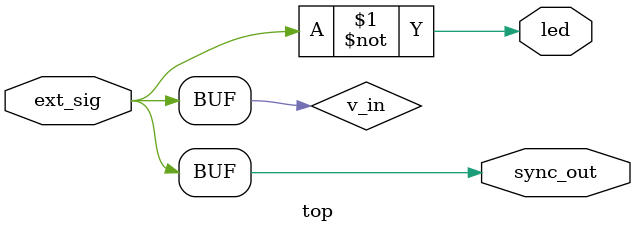
<source format=sv>
module top
#(
    parameter LED_ACTIVE_LOW = 1  // 0 = ativo-alto; 1 = ativo-baixo (muitas placas)
)
(
    input  wire ext_sig,   // entrada externa (K3)
    output wire led,       // LED blink (segue ext_sig)
    output wire sync_out   // espelha o valor lido
);

    // nível “lógico” do que lemos
    wire v_in = ext_sig;

    // LED com correção de polaridade
    assign led      = (LED_ACTIVE_LOW ? ~v_in : v_in);
    assign sync_out = v_in;

endmodule

</source>
